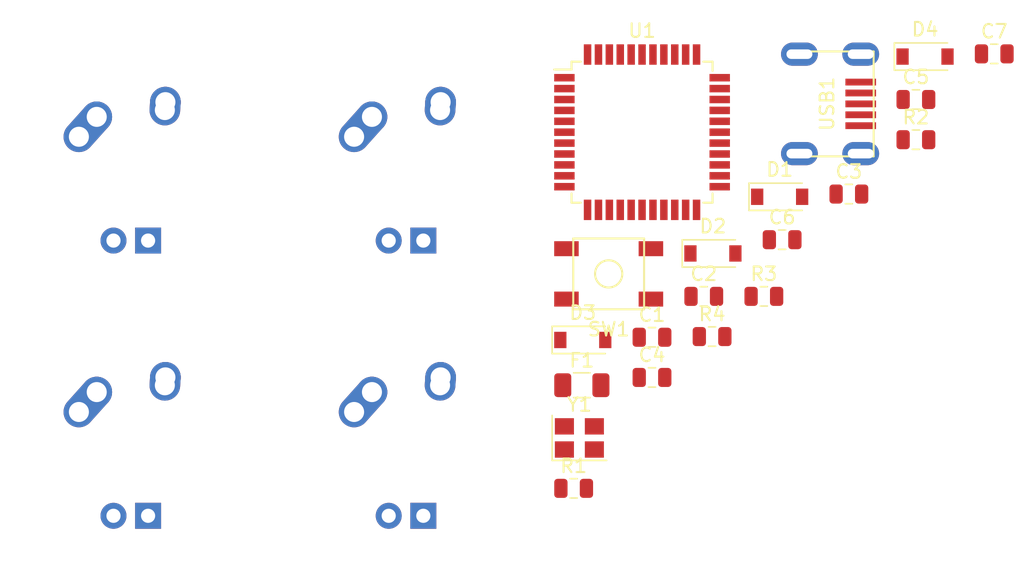
<source format=kicad_pcb>
(kicad_pcb (version 20171130) (host pcbnew "(5.1.2-1)-1")

  (general
    (thickness 1.6)
    (drawings 0)
    (tracks 0)
    (zones 0)
    (modules 24)
    (nets 57)
  )

  (page A4)
  (layers
    (0 F.Cu signal)
    (31 B.Cu signal)
    (32 B.Adhes user)
    (33 F.Adhes user)
    (34 B.Paste user)
    (35 F.Paste user)
    (36 B.SilkS user)
    (37 F.SilkS user)
    (38 B.Mask user)
    (39 F.Mask user)
    (40 Dwgs.User user)
    (41 Cmts.User user)
    (42 Eco1.User user)
    (43 Eco2.User user)
    (44 Edge.Cuts user)
    (45 Margin user)
    (46 B.CrtYd user)
    (47 F.CrtYd user)
    (48 B.Fab user)
    (49 F.Fab user)
  )

  (setup
    (last_trace_width 0.25)
    (trace_clearance 0.2)
    (zone_clearance 0.508)
    (zone_45_only no)
    (trace_min 0.2)
    (via_size 0.8)
    (via_drill 0.4)
    (via_min_size 0.4)
    (via_min_drill 0.3)
    (uvia_size 0.3)
    (uvia_drill 0.1)
    (uvias_allowed no)
    (uvia_min_size 0.2)
    (uvia_min_drill 0.1)
    (edge_width 0.05)
    (segment_width 0.2)
    (pcb_text_width 0.3)
    (pcb_text_size 1.5 1.5)
    (mod_edge_width 0.12)
    (mod_text_size 1 1)
    (mod_text_width 0.15)
    (pad_size 1.524 1.524)
    (pad_drill 0.762)
    (pad_to_mask_clearance 0.051)
    (solder_mask_min_width 0.25)
    (aux_axis_origin 0 0)
    (visible_elements FFFFFF7F)
    (pcbplotparams
      (layerselection 0x010fc_ffffffff)
      (usegerberextensions false)
      (usegerberattributes false)
      (usegerberadvancedattributes false)
      (creategerberjobfile false)
      (excludeedgelayer true)
      (linewidth 0.100000)
      (plotframeref false)
      (viasonmask false)
      (mode 1)
      (useauxorigin false)
      (hpglpennumber 1)
      (hpglpenspeed 20)
      (hpglpendiameter 15.000000)
      (psnegative false)
      (psa4output false)
      (plotreference true)
      (plotvalue true)
      (plotinvisibletext false)
      (padsonsilk false)
      (subtractmaskfromsilk false)
      (outputformat 1)
      (mirror false)
      (drillshape 1)
      (scaleselection 1)
      (outputdirectory ""))
  )

  (net 0 "")
  (net 1 GND)
  (net 2 "Net-(C1-Pad1)")
  (net 3 "Net-(C2-Pad1)")
  (net 4 "Net-(C3-Pad1)")
  (net 5 +5V)
  (net 6 "Net-(D1-Pad2)")
  (net 7 ROW0)
  (net 8 "Net-(D2-Pad2)")
  (net 9 "Net-(D3-Pad2)")
  (net 10 ROW1)
  (net 11 "Net-(D4-Pad2)")
  (net 12 VCC)
  (net 13 "Net-(MX1-Pad4)")
  (net 14 "Net-(MX1-Pad3)")
  (net 15 COL0)
  (net 16 "Net-(MX2-Pad4)")
  (net 17 "Net-(MX2-Pad3)")
  (net 18 COL1)
  (net 19 "Net-(MX3-Pad4)")
  (net 20 "Net-(MX3-Pad3)")
  (net 21 "Net-(MX4-Pad4)")
  (net 22 "Net-(MX4-Pad3)")
  (net 23 "Net-(R1-Pad2)")
  (net 24 D+)
  (net 25 "Net-(R2-Pad1)")
  (net 26 D-)
  (net 27 "Net-(R3-Pad1)")
  (net 28 "Net-(R4-Pad2)")
  (net 29 "Net-(U1-Pad42)")
  (net 30 "Net-(U1-Pad41)")
  (net 31 "Net-(U1-Pad40)")
  (net 32 "Net-(U1-Pad39)")
  (net 33 "Net-(U1-Pad38)")
  (net 34 "Net-(U1-Pad37)")
  (net 35 "Net-(U1-Pad36)")
  (net 36 "Net-(U1-Pad32)")
  (net 37 "Net-(U1-Pad31)")
  (net 38 "Net-(U1-Pad30)")
  (net 39 "Net-(U1-Pad29)")
  (net 40 "Net-(U1-Pad28)")
  (net 41 "Net-(U1-Pad27)")
  (net 42 "Net-(U1-Pad26)")
  (net 43 "Net-(U1-Pad25)")
  (net 44 "Net-(U1-Pad22)")
  (net 45 "Net-(U1-Pad21)")
  (net 46 "Net-(U1-Pad20)")
  (net 47 "Net-(U1-Pad19)")
  (net 48 "Net-(U1-Pad18)")
  (net 49 "Net-(U1-Pad12)")
  (net 50 "Net-(U1-Pad11)")
  (net 51 "Net-(U1-Pad10)")
  (net 52 "Net-(U1-Pad9)")
  (net 53 "Net-(U1-Pad8)")
  (net 54 "Net-(U1-Pad1)")
  (net 55 "Net-(USB1-Pad6)")
  (net 56 "Net-(USB1-Pad2)")

  (net_class Default "This is the default net class."
    (clearance 0.2)
    (trace_width 0.25)
    (via_dia 0.8)
    (via_drill 0.4)
    (uvia_dia 0.3)
    (uvia_drill 0.1)
    (add_net +5V)
    (add_net COL0)
    (add_net COL1)
    (add_net D+)
    (add_net D-)
    (add_net GND)
    (add_net "Net-(C1-Pad1)")
    (add_net "Net-(C2-Pad1)")
    (add_net "Net-(C3-Pad1)")
    (add_net "Net-(D1-Pad2)")
    (add_net "Net-(D2-Pad2)")
    (add_net "Net-(D3-Pad2)")
    (add_net "Net-(D4-Pad2)")
    (add_net "Net-(MX1-Pad3)")
    (add_net "Net-(MX1-Pad4)")
    (add_net "Net-(MX2-Pad3)")
    (add_net "Net-(MX2-Pad4)")
    (add_net "Net-(MX3-Pad3)")
    (add_net "Net-(MX3-Pad4)")
    (add_net "Net-(MX4-Pad3)")
    (add_net "Net-(MX4-Pad4)")
    (add_net "Net-(R1-Pad2)")
    (add_net "Net-(R2-Pad1)")
    (add_net "Net-(R3-Pad1)")
    (add_net "Net-(R4-Pad2)")
    (add_net "Net-(U1-Pad1)")
    (add_net "Net-(U1-Pad10)")
    (add_net "Net-(U1-Pad11)")
    (add_net "Net-(U1-Pad12)")
    (add_net "Net-(U1-Pad18)")
    (add_net "Net-(U1-Pad19)")
    (add_net "Net-(U1-Pad20)")
    (add_net "Net-(U1-Pad21)")
    (add_net "Net-(U1-Pad22)")
    (add_net "Net-(U1-Pad25)")
    (add_net "Net-(U1-Pad26)")
    (add_net "Net-(U1-Pad27)")
    (add_net "Net-(U1-Pad28)")
    (add_net "Net-(U1-Pad29)")
    (add_net "Net-(U1-Pad30)")
    (add_net "Net-(U1-Pad31)")
    (add_net "Net-(U1-Pad32)")
    (add_net "Net-(U1-Pad36)")
    (add_net "Net-(U1-Pad37)")
    (add_net "Net-(U1-Pad38)")
    (add_net "Net-(U1-Pad39)")
    (add_net "Net-(U1-Pad40)")
    (add_net "Net-(U1-Pad41)")
    (add_net "Net-(U1-Pad42)")
    (add_net "Net-(U1-Pad8)")
    (add_net "Net-(U1-Pad9)")
    (add_net "Net-(USB1-Pad2)")
    (add_net "Net-(USB1-Pad6)")
    (add_net ROW0)
    (add_net ROW1)
    (add_net VCC)
  )

  (module Crystal:Crystal_SMD_3225-4Pin_3.2x2.5mm (layer F.Cu) (tedit 5A0FD1B2) (tstamp 5CD8E17F)
    (at 155.80125 106.60875)
    (descr "SMD Crystal SERIES SMD3225/4 http://www.txccrystal.com/images/pdf/7m-accuracy.pdf, 3.2x2.5mm^2 package")
    (tags "SMD SMT crystal")
    (path /5CDA98E3)
    (attr smd)
    (fp_text reference Y1 (at 0 -2.45) (layer F.SilkS)
      (effects (font (size 1 1) (thickness 0.15)))
    )
    (fp_text value 16MHz (at 0 2.45) (layer F.Fab)
      (effects (font (size 1 1) (thickness 0.15)))
    )
    (fp_line (start 2.1 -1.7) (end -2.1 -1.7) (layer F.CrtYd) (width 0.05))
    (fp_line (start 2.1 1.7) (end 2.1 -1.7) (layer F.CrtYd) (width 0.05))
    (fp_line (start -2.1 1.7) (end 2.1 1.7) (layer F.CrtYd) (width 0.05))
    (fp_line (start -2.1 -1.7) (end -2.1 1.7) (layer F.CrtYd) (width 0.05))
    (fp_line (start -2 1.65) (end 2 1.65) (layer F.SilkS) (width 0.12))
    (fp_line (start -2 -1.65) (end -2 1.65) (layer F.SilkS) (width 0.12))
    (fp_line (start -1.6 0.25) (end -0.6 1.25) (layer F.Fab) (width 0.1))
    (fp_line (start 1.6 -1.25) (end -1.6 -1.25) (layer F.Fab) (width 0.1))
    (fp_line (start 1.6 1.25) (end 1.6 -1.25) (layer F.Fab) (width 0.1))
    (fp_line (start -1.6 1.25) (end 1.6 1.25) (layer F.Fab) (width 0.1))
    (fp_line (start -1.6 -1.25) (end -1.6 1.25) (layer F.Fab) (width 0.1))
    (fp_text user %R (at 0 0) (layer F.Fab)
      (effects (font (size 0.7 0.7) (thickness 0.105)))
    )
    (pad 4 smd rect (at -1.1 -0.85) (size 1.4 1.2) (layers F.Cu F.Paste F.Mask)
      (net 1 GND))
    (pad 3 smd rect (at 1.1 -0.85) (size 1.4 1.2) (layers F.Cu F.Paste F.Mask)
      (net 3 "Net-(C2-Pad1)"))
    (pad 2 smd rect (at 1.1 0.85) (size 1.4 1.2) (layers F.Cu F.Paste F.Mask)
      (net 1 GND))
    (pad 1 smd rect (at -1.1 0.85) (size 1.4 1.2) (layers F.Cu F.Paste F.Mask)
      (net 2 "Net-(C1-Pad1)"))
    (model ${KISYS3DMOD}/Crystal.3dshapes/Crystal_SMD_3225-4Pin_3.2x2.5mm.wrl
      (at (xyz 0 0 0))
      (scale (xyz 1 1 1))
      (rotate (xyz 0 0 0))
    )
  )

  (module random-keyboard-parts:Molex-0548190589 (layer F.Cu) (tedit 5C494815) (tstamp 5CD8E16B)
    (at 171.95125 82.09075)
    (path /5CDC60F6)
    (attr smd)
    (fp_text reference USB1 (at 2.032 0 90) (layer F.SilkS)
      (effects (font (size 1 1) (thickness 0.15)))
    )
    (fp_text value Molex-0548190589 (at -5.08 0 90) (layer Dwgs.User)
      (effects (font (size 1 1) (thickness 0.15)))
    )
    (fp_text user %R (at 2 0 90) (layer F.CrtYd)
      (effects (font (size 1 1) (thickness 0.15)))
    )
    (fp_line (start 3.25 -1.25) (end 5.5 -1.25) (layer F.CrtYd) (width 0.15))
    (fp_line (start 5.5 -0.5) (end 3.25 -0.5) (layer F.CrtYd) (width 0.15))
    (fp_line (start 3.25 0.5) (end 5.5 0.5) (layer F.CrtYd) (width 0.15))
    (fp_line (start 5.5 1.25) (end 3.25 1.25) (layer F.CrtYd) (width 0.15))
    (fp_line (start 3.25 2) (end 5.5 2) (layer F.CrtYd) (width 0.15))
    (fp_line (start 3.25 -2) (end 3.25 2) (layer F.CrtYd) (width 0.15))
    (fp_line (start 5.5 -2) (end 3.25 -2) (layer F.CrtYd) (width 0.15))
    (fp_line (start -3.75 3.75) (end -3.75 -3.75) (layer F.CrtYd) (width 0.15))
    (fp_line (start 5.5 3.75) (end -3.75 3.75) (layer F.CrtYd) (width 0.15))
    (fp_line (start 5.5 -3.75) (end 5.5 3.75) (layer F.CrtYd) (width 0.15))
    (fp_line (start -3.75 -3.75) (end 5.5 -3.75) (layer F.CrtYd) (width 0.15))
    (fp_line (start 0 -3.85) (end 5.45 -3.85) (layer F.SilkS) (width 0.15))
    (fp_line (start 0 3.85) (end 5.45 3.85) (layer F.SilkS) (width 0.15))
    (fp_line (start 5.45 -3.85) (end 5.45 3.85) (layer F.SilkS) (width 0.15))
    (fp_line (start -3.75 -3.85) (end 0 -3.85) (layer Dwgs.User) (width 0.15))
    (fp_line (start -3.75 3.85) (end 0 3.85) (layer Dwgs.User) (width 0.15))
    (fp_line (start -1.75 -4.572) (end -1.75 4.572) (layer Dwgs.User) (width 0.15))
    (fp_line (start -3.75 -3.85) (end -3.75 3.85) (layer Dwgs.User) (width 0.15))
    (pad 6 thru_hole oval (at 0 -3.65) (size 2.7 1.7) (drill oval 1.9 0.7) (layers *.Cu *.Mask)
      (net 55 "Net-(USB1-Pad6)"))
    (pad 6 thru_hole oval (at 0 3.65) (size 2.7 1.7) (drill oval 1.9 0.7) (layers *.Cu *.Mask)
      (net 55 "Net-(USB1-Pad6)"))
    (pad 6 thru_hole oval (at 4.5 3.65) (size 2.7 1.7) (drill oval 1.9 0.7) (layers *.Cu *.Mask)
      (net 55 "Net-(USB1-Pad6)"))
    (pad 6 thru_hole oval (at 4.5 -3.65) (size 2.7 1.7) (drill oval 1.9 0.7) (layers *.Cu *.Mask)
      (net 55 "Net-(USB1-Pad6)"))
    (pad 5 smd rect (at 4.5 -1.6) (size 2.25 0.5) (layers F.Cu F.Paste F.Mask)
      (net 12 VCC))
    (pad 4 smd rect (at 4.5 -0.8) (size 2.25 0.5) (layers F.Cu F.Paste F.Mask)
      (net 26 D-))
    (pad 3 smd rect (at 4.5 0) (size 2.25 0.5) (layers F.Cu F.Paste F.Mask)
      (net 24 D+))
    (pad 2 smd rect (at 4.5 0.8) (size 2.25 0.5) (layers F.Cu F.Paste F.Mask)
      (net 56 "Net-(USB1-Pad2)"))
    (pad 1 smd rect (at 4.5 1.6) (size 2.25 0.5) (layers F.Cu F.Paste F.Mask)
      (net 1 GND))
  )

  (module Package_QFP:TQFP-44_10x10mm_P0.8mm (layer F.Cu) (tedit 5A02F146) (tstamp 5CD8E14B)
    (at 160.40125 84.16875)
    (descr "44-Lead Plastic Thin Quad Flatpack (PT) - 10x10x1.0 mm Body [TQFP] (see Microchip Packaging Specification 00000049BS.pdf)")
    (tags "QFP 0.8")
    (path /5CD873C1)
    (attr smd)
    (fp_text reference U1 (at 0 -7.45) (layer F.SilkS)
      (effects (font (size 1 1) (thickness 0.15)))
    )
    (fp_text value ATmega32U4-AU (at 0 7.45) (layer F.Fab)
      (effects (font (size 1 1) (thickness 0.15)))
    )
    (fp_line (start -5.175 -4.6) (end -6.45 -4.6) (layer F.SilkS) (width 0.15))
    (fp_line (start 5.175 -5.175) (end 4.5 -5.175) (layer F.SilkS) (width 0.15))
    (fp_line (start 5.175 5.175) (end 4.5 5.175) (layer F.SilkS) (width 0.15))
    (fp_line (start -5.175 5.175) (end -4.5 5.175) (layer F.SilkS) (width 0.15))
    (fp_line (start -5.175 -5.175) (end -4.5 -5.175) (layer F.SilkS) (width 0.15))
    (fp_line (start -5.175 5.175) (end -5.175 4.5) (layer F.SilkS) (width 0.15))
    (fp_line (start 5.175 5.175) (end 5.175 4.5) (layer F.SilkS) (width 0.15))
    (fp_line (start 5.175 -5.175) (end 5.175 -4.5) (layer F.SilkS) (width 0.15))
    (fp_line (start -5.175 -5.175) (end -5.175 -4.6) (layer F.SilkS) (width 0.15))
    (fp_line (start -6.7 6.7) (end 6.7 6.7) (layer F.CrtYd) (width 0.05))
    (fp_line (start -6.7 -6.7) (end 6.7 -6.7) (layer F.CrtYd) (width 0.05))
    (fp_line (start 6.7 -6.7) (end 6.7 6.7) (layer F.CrtYd) (width 0.05))
    (fp_line (start -6.7 -6.7) (end -6.7 6.7) (layer F.CrtYd) (width 0.05))
    (fp_line (start -5 -4) (end -4 -5) (layer F.Fab) (width 0.15))
    (fp_line (start -5 5) (end -5 -4) (layer F.Fab) (width 0.15))
    (fp_line (start 5 5) (end -5 5) (layer F.Fab) (width 0.15))
    (fp_line (start 5 -5) (end 5 5) (layer F.Fab) (width 0.15))
    (fp_line (start -4 -5) (end 5 -5) (layer F.Fab) (width 0.15))
    (fp_text user %R (at 0 0) (layer F.Fab)
      (effects (font (size 1 1) (thickness 0.15)))
    )
    (pad 44 smd rect (at -4 -5.7 90) (size 1.5 0.55) (layers F.Cu F.Paste F.Mask)
      (net 5 +5V))
    (pad 43 smd rect (at -3.2 -5.7 90) (size 1.5 0.55) (layers F.Cu F.Paste F.Mask)
      (net 1 GND))
    (pad 42 smd rect (at -2.4 -5.7 90) (size 1.5 0.55) (layers F.Cu F.Paste F.Mask)
      (net 29 "Net-(U1-Pad42)"))
    (pad 41 smd rect (at -1.6 -5.7 90) (size 1.5 0.55) (layers F.Cu F.Paste F.Mask)
      (net 30 "Net-(U1-Pad41)"))
    (pad 40 smd rect (at -0.8 -5.7 90) (size 1.5 0.55) (layers F.Cu F.Paste F.Mask)
      (net 31 "Net-(U1-Pad40)"))
    (pad 39 smd rect (at 0 -5.7 90) (size 1.5 0.55) (layers F.Cu F.Paste F.Mask)
      (net 32 "Net-(U1-Pad39)"))
    (pad 38 smd rect (at 0.8 -5.7 90) (size 1.5 0.55) (layers F.Cu F.Paste F.Mask)
      (net 33 "Net-(U1-Pad38)"))
    (pad 37 smd rect (at 1.6 -5.7 90) (size 1.5 0.55) (layers F.Cu F.Paste F.Mask)
      (net 34 "Net-(U1-Pad37)"))
    (pad 36 smd rect (at 2.4 -5.7 90) (size 1.5 0.55) (layers F.Cu F.Paste F.Mask)
      (net 35 "Net-(U1-Pad36)"))
    (pad 35 smd rect (at 3.2 -5.7 90) (size 1.5 0.55) (layers F.Cu F.Paste F.Mask)
      (net 1 GND))
    (pad 34 smd rect (at 4 -5.7 90) (size 1.5 0.55) (layers F.Cu F.Paste F.Mask)
      (net 5 +5V))
    (pad 33 smd rect (at 5.7 -4) (size 1.5 0.55) (layers F.Cu F.Paste F.Mask)
      (net 28 "Net-(R4-Pad2)"))
    (pad 32 smd rect (at 5.7 -3.2) (size 1.5 0.55) (layers F.Cu F.Paste F.Mask)
      (net 36 "Net-(U1-Pad32)"))
    (pad 31 smd rect (at 5.7 -2.4) (size 1.5 0.55) (layers F.Cu F.Paste F.Mask)
      (net 37 "Net-(U1-Pad31)"))
    (pad 30 smd rect (at 5.7 -1.6) (size 1.5 0.55) (layers F.Cu F.Paste F.Mask)
      (net 38 "Net-(U1-Pad30)"))
    (pad 29 smd rect (at 5.7 -0.8) (size 1.5 0.55) (layers F.Cu F.Paste F.Mask)
      (net 39 "Net-(U1-Pad29)"))
    (pad 28 smd rect (at 5.7 0) (size 1.5 0.55) (layers F.Cu F.Paste F.Mask)
      (net 40 "Net-(U1-Pad28)"))
    (pad 27 smd rect (at 5.7 0.8) (size 1.5 0.55) (layers F.Cu F.Paste F.Mask)
      (net 41 "Net-(U1-Pad27)"))
    (pad 26 smd rect (at 5.7 1.6) (size 1.5 0.55) (layers F.Cu F.Paste F.Mask)
      (net 42 "Net-(U1-Pad26)"))
    (pad 25 smd rect (at 5.7 2.4) (size 1.5 0.55) (layers F.Cu F.Paste F.Mask)
      (net 43 "Net-(U1-Pad25)"))
    (pad 24 smd rect (at 5.7 3.2) (size 1.5 0.55) (layers F.Cu F.Paste F.Mask)
      (net 5 +5V))
    (pad 23 smd rect (at 5.7 4) (size 1.5 0.55) (layers F.Cu F.Paste F.Mask)
      (net 1 GND))
    (pad 22 smd rect (at 4 5.7 90) (size 1.5 0.55) (layers F.Cu F.Paste F.Mask)
      (net 44 "Net-(U1-Pad22)"))
    (pad 21 smd rect (at 3.2 5.7 90) (size 1.5 0.55) (layers F.Cu F.Paste F.Mask)
      (net 45 "Net-(U1-Pad21)"))
    (pad 20 smd rect (at 2.4 5.7 90) (size 1.5 0.55) (layers F.Cu F.Paste F.Mask)
      (net 46 "Net-(U1-Pad20)"))
    (pad 19 smd rect (at 1.6 5.7 90) (size 1.5 0.55) (layers F.Cu F.Paste F.Mask)
      (net 47 "Net-(U1-Pad19)"))
    (pad 18 smd rect (at 0.8 5.7 90) (size 1.5 0.55) (layers F.Cu F.Paste F.Mask)
      (net 48 "Net-(U1-Pad18)"))
    (pad 17 smd rect (at 0 5.7 90) (size 1.5 0.55) (layers F.Cu F.Paste F.Mask)
      (net 2 "Net-(C1-Pad1)"))
    (pad 16 smd rect (at -0.8 5.7 90) (size 1.5 0.55) (layers F.Cu F.Paste F.Mask)
      (net 3 "Net-(C2-Pad1)"))
    (pad 15 smd rect (at -1.6 5.7 90) (size 1.5 0.55) (layers F.Cu F.Paste F.Mask)
      (net 1 GND))
    (pad 14 smd rect (at -2.4 5.7 90) (size 1.5 0.55) (layers F.Cu F.Paste F.Mask)
      (net 5 +5V))
    (pad 13 smd rect (at -3.2 5.7 90) (size 1.5 0.55) (layers F.Cu F.Paste F.Mask)
      (net 23 "Net-(R1-Pad2)"))
    (pad 12 smd rect (at -4 5.7 90) (size 1.5 0.55) (layers F.Cu F.Paste F.Mask)
      (net 49 "Net-(U1-Pad12)"))
    (pad 11 smd rect (at -5.7 4) (size 1.5 0.55) (layers F.Cu F.Paste F.Mask)
      (net 50 "Net-(U1-Pad11)"))
    (pad 10 smd rect (at -5.7 3.2) (size 1.5 0.55) (layers F.Cu F.Paste F.Mask)
      (net 51 "Net-(U1-Pad10)"))
    (pad 9 smd rect (at -5.7 2.4) (size 1.5 0.55) (layers F.Cu F.Paste F.Mask)
      (net 52 "Net-(U1-Pad9)"))
    (pad 8 smd rect (at -5.7 1.6) (size 1.5 0.55) (layers F.Cu F.Paste F.Mask)
      (net 53 "Net-(U1-Pad8)"))
    (pad 7 smd rect (at -5.7 0.8) (size 1.5 0.55) (layers F.Cu F.Paste F.Mask)
      (net 5 +5V))
    (pad 6 smd rect (at -5.7 0) (size 1.5 0.55) (layers F.Cu F.Paste F.Mask)
      (net 4 "Net-(C3-Pad1)"))
    (pad 5 smd rect (at -5.7 -0.8) (size 1.5 0.55) (layers F.Cu F.Paste F.Mask)
      (net 1 GND))
    (pad 4 smd rect (at -5.7 -1.6) (size 1.5 0.55) (layers F.Cu F.Paste F.Mask)
      (net 25 "Net-(R2-Pad1)"))
    (pad 3 smd rect (at -5.7 -2.4) (size 1.5 0.55) (layers F.Cu F.Paste F.Mask)
      (net 27 "Net-(R3-Pad1)"))
    (pad 2 smd rect (at -5.7 -3.2) (size 1.5 0.55) (layers F.Cu F.Paste F.Mask)
      (net 5 +5V))
    (pad 1 smd rect (at -5.7 -4) (size 1.5 0.55) (layers F.Cu F.Paste F.Mask)
      (net 54 "Net-(U1-Pad1)"))
    (model ${KISYS3DMOD}/Package_QFP.3dshapes/TQFP-44_10x10mm_P0.8mm.wrl
      (at (xyz 0 0 0))
      (scale (xyz 1 1 1))
      (rotate (xyz 0 0 0))
    )
  )

  (module random-keyboard-parts:SKQG-1155865 (layer F.Cu) (tedit 5C42C5DE) (tstamp 5CD8E108)
    (at 157.95125 94.56875)
    (path /5CDB9D67)
    (attr smd)
    (fp_text reference SW1 (at 0 4.064) (layer F.SilkS)
      (effects (font (size 1 1) (thickness 0.15)))
    )
    (fp_text value SW_Push (at 0 -4.064) (layer F.Fab)
      (effects (font (size 1 1) (thickness 0.15)))
    )
    (fp_line (start -2.6 -2.6) (end 2.6 -2.6) (layer F.SilkS) (width 0.15))
    (fp_line (start 2.6 -2.6) (end 2.6 2.6) (layer F.SilkS) (width 0.15))
    (fp_line (start 2.6 2.6) (end -2.6 2.6) (layer F.SilkS) (width 0.15))
    (fp_line (start -2.6 2.6) (end -2.6 -2.6) (layer F.SilkS) (width 0.15))
    (fp_circle (center 0 0) (end 1 0) (layer F.SilkS) (width 0.15))
    (fp_line (start -4.2 -2.6) (end 4.2 -2.6) (layer F.Fab) (width 0.15))
    (fp_line (start 4.2 -2.6) (end 4.2 -1.2) (layer F.Fab) (width 0.15))
    (fp_line (start 4.2 -1.1) (end 2.6 -1.1) (layer F.Fab) (width 0.15))
    (fp_line (start 2.6 -1.1) (end 2.6 1.1) (layer F.Fab) (width 0.15))
    (fp_line (start 2.6 1.1) (end 4.2 1.1) (layer F.Fab) (width 0.15))
    (fp_line (start 4.2 1.1) (end 4.2 2.6) (layer F.Fab) (width 0.15))
    (fp_line (start 4.2 2.6) (end -4.2 2.6) (layer F.Fab) (width 0.15))
    (fp_line (start -4.2 2.6) (end -4.2 1.1) (layer F.Fab) (width 0.15))
    (fp_line (start -4.2 1.1) (end -2.6 1.1) (layer F.Fab) (width 0.15))
    (fp_line (start -2.6 1.1) (end -2.6 -1.1) (layer F.Fab) (width 0.15))
    (fp_line (start -2.6 -1.1) (end -4.2 -1.1) (layer F.Fab) (width 0.15))
    (fp_line (start -4.2 -1.1) (end -4.2 -2.6) (layer F.Fab) (width 0.15))
    (fp_circle (center 0 0) (end 1 0) (layer F.Fab) (width 0.15))
    (fp_line (start -2.6 -1.1) (end -1.1 -2.6) (layer F.Fab) (width 0.15))
    (fp_line (start 2.6 -1.1) (end 1.1 -2.6) (layer F.Fab) (width 0.15))
    (fp_line (start 2.6 1.1) (end 1.1 2.6) (layer F.Fab) (width 0.15))
    (fp_line (start -2.6 1.1) (end -1.1 2.6) (layer F.Fab) (width 0.15))
    (pad 4 smd rect (at -3.1 1.85) (size 1.8 1.1) (layers F.Cu F.Paste F.Mask))
    (pad 3 smd rect (at 3.1 -1.85) (size 1.8 1.1) (layers F.Cu F.Paste F.Mask))
    (pad 2 smd rect (at -3.1 -1.85) (size 1.8 1.1) (layers F.Cu F.Paste F.Mask)
      (net 23 "Net-(R1-Pad2)"))
    (pad 1 smd rect (at 3.1 1.85) (size 1.8 1.1) (layers F.Cu F.Paste F.Mask)
      (net 1 GND))
  )

  (module Resistor_SMD:R_0805_2012Metric (layer F.Cu) (tedit 5B36C52B) (tstamp 5CD8E0EA)
    (at 165.54125 99.16875)
    (descr "Resistor SMD 0805 (2012 Metric), square (rectangular) end terminal, IPC_7351 nominal, (Body size source: https://docs.google.com/spreadsheets/d/1BsfQQcO9C6DZCsRaXUlFlo91Tg2WpOkGARC1WS5S8t0/edit?usp=sharing), generated with kicad-footprint-generator")
    (tags resistor)
    (path /5CD8DB22)
    (attr smd)
    (fp_text reference R4 (at 0 -1.65) (layer F.SilkS)
      (effects (font (size 1 1) (thickness 0.15)))
    )
    (fp_text value 10k (at 0 1.65) (layer F.Fab)
      (effects (font (size 1 1) (thickness 0.15)))
    )
    (fp_text user %R (at 0 0) (layer F.Fab)
      (effects (font (size 0.5 0.5) (thickness 0.08)))
    )
    (fp_line (start 1.68 0.95) (end -1.68 0.95) (layer F.CrtYd) (width 0.05))
    (fp_line (start 1.68 -0.95) (end 1.68 0.95) (layer F.CrtYd) (width 0.05))
    (fp_line (start -1.68 -0.95) (end 1.68 -0.95) (layer F.CrtYd) (width 0.05))
    (fp_line (start -1.68 0.95) (end -1.68 -0.95) (layer F.CrtYd) (width 0.05))
    (fp_line (start -0.258578 0.71) (end 0.258578 0.71) (layer F.SilkS) (width 0.12))
    (fp_line (start -0.258578 -0.71) (end 0.258578 -0.71) (layer F.SilkS) (width 0.12))
    (fp_line (start 1 0.6) (end -1 0.6) (layer F.Fab) (width 0.1))
    (fp_line (start 1 -0.6) (end 1 0.6) (layer F.Fab) (width 0.1))
    (fp_line (start -1 -0.6) (end 1 -0.6) (layer F.Fab) (width 0.1))
    (fp_line (start -1 0.6) (end -1 -0.6) (layer F.Fab) (width 0.1))
    (pad 2 smd roundrect (at 0.9375 0) (size 0.975 1.4) (layers F.Cu F.Paste F.Mask) (roundrect_rratio 0.25)
      (net 28 "Net-(R4-Pad2)"))
    (pad 1 smd roundrect (at -0.9375 0) (size 0.975 1.4) (layers F.Cu F.Paste F.Mask) (roundrect_rratio 0.25)
      (net 1 GND))
    (model ${KISYS3DMOD}/Resistor_SMD.3dshapes/R_0805_2012Metric.wrl
      (at (xyz 0 0 0))
      (scale (xyz 1 1 1))
      (rotate (xyz 0 0 0))
    )
  )

  (module Resistor_SMD:R_0805_2012Metric (layer F.Cu) (tedit 5B36C52B) (tstamp 5CD8E0D9)
    (at 169.34125 96.21875)
    (descr "Resistor SMD 0805 (2012 Metric), square (rectangular) end terminal, IPC_7351 nominal, (Body size source: https://docs.google.com/spreadsheets/d/1BsfQQcO9C6DZCsRaXUlFlo91Tg2WpOkGARC1WS5S8t0/edit?usp=sharing), generated with kicad-footprint-generator")
    (tags resistor)
    (path /5CD93374)
    (attr smd)
    (fp_text reference R3 (at 0 -1.65) (layer F.SilkS)
      (effects (font (size 1 1) (thickness 0.15)))
    )
    (fp_text value 22 (at 0 1.65) (layer F.Fab)
      (effects (font (size 1 1) (thickness 0.15)))
    )
    (fp_text user %R (at 0 0) (layer F.Fab)
      (effects (font (size 0.5 0.5) (thickness 0.08)))
    )
    (fp_line (start 1.68 0.95) (end -1.68 0.95) (layer F.CrtYd) (width 0.05))
    (fp_line (start 1.68 -0.95) (end 1.68 0.95) (layer F.CrtYd) (width 0.05))
    (fp_line (start -1.68 -0.95) (end 1.68 -0.95) (layer F.CrtYd) (width 0.05))
    (fp_line (start -1.68 0.95) (end -1.68 -0.95) (layer F.CrtYd) (width 0.05))
    (fp_line (start -0.258578 0.71) (end 0.258578 0.71) (layer F.SilkS) (width 0.12))
    (fp_line (start -0.258578 -0.71) (end 0.258578 -0.71) (layer F.SilkS) (width 0.12))
    (fp_line (start 1 0.6) (end -1 0.6) (layer F.Fab) (width 0.1))
    (fp_line (start 1 -0.6) (end 1 0.6) (layer F.Fab) (width 0.1))
    (fp_line (start -1 -0.6) (end 1 -0.6) (layer F.Fab) (width 0.1))
    (fp_line (start -1 0.6) (end -1 -0.6) (layer F.Fab) (width 0.1))
    (pad 2 smd roundrect (at 0.9375 0) (size 0.975 1.4) (layers F.Cu F.Paste F.Mask) (roundrect_rratio 0.25)
      (net 26 D-))
    (pad 1 smd roundrect (at -0.9375 0) (size 0.975 1.4) (layers F.Cu F.Paste F.Mask) (roundrect_rratio 0.25)
      (net 27 "Net-(R3-Pad1)"))
    (model ${KISYS3DMOD}/Resistor_SMD.3dshapes/R_0805_2012Metric.wrl
      (at (xyz 0 0 0))
      (scale (xyz 1 1 1))
      (rotate (xyz 0 0 0))
    )
  )

  (module Resistor_SMD:R_0805_2012Metric (layer F.Cu) (tedit 5B36C52B) (tstamp 5CD8E0C8)
    (at 180.50125 84.71875)
    (descr "Resistor SMD 0805 (2012 Metric), square (rectangular) end terminal, IPC_7351 nominal, (Body size source: https://docs.google.com/spreadsheets/d/1BsfQQcO9C6DZCsRaXUlFlo91Tg2WpOkGARC1WS5S8t0/edit?usp=sharing), generated with kicad-footprint-generator")
    (tags resistor)
    (path /5CD91D25)
    (attr smd)
    (fp_text reference R2 (at 0 -1.65) (layer F.SilkS)
      (effects (font (size 1 1) (thickness 0.15)))
    )
    (fp_text value 22 (at 0 1.65) (layer F.Fab)
      (effects (font (size 1 1) (thickness 0.15)))
    )
    (fp_text user %R (at 0 0) (layer F.Fab)
      (effects (font (size 0.5 0.5) (thickness 0.08)))
    )
    (fp_line (start 1.68 0.95) (end -1.68 0.95) (layer F.CrtYd) (width 0.05))
    (fp_line (start 1.68 -0.95) (end 1.68 0.95) (layer F.CrtYd) (width 0.05))
    (fp_line (start -1.68 -0.95) (end 1.68 -0.95) (layer F.CrtYd) (width 0.05))
    (fp_line (start -1.68 0.95) (end -1.68 -0.95) (layer F.CrtYd) (width 0.05))
    (fp_line (start -0.258578 0.71) (end 0.258578 0.71) (layer F.SilkS) (width 0.12))
    (fp_line (start -0.258578 -0.71) (end 0.258578 -0.71) (layer F.SilkS) (width 0.12))
    (fp_line (start 1 0.6) (end -1 0.6) (layer F.Fab) (width 0.1))
    (fp_line (start 1 -0.6) (end 1 0.6) (layer F.Fab) (width 0.1))
    (fp_line (start -1 -0.6) (end 1 -0.6) (layer F.Fab) (width 0.1))
    (fp_line (start -1 0.6) (end -1 -0.6) (layer F.Fab) (width 0.1))
    (pad 2 smd roundrect (at 0.9375 0) (size 0.975 1.4) (layers F.Cu F.Paste F.Mask) (roundrect_rratio 0.25)
      (net 24 D+))
    (pad 1 smd roundrect (at -0.9375 0) (size 0.975 1.4) (layers F.Cu F.Paste F.Mask) (roundrect_rratio 0.25)
      (net 25 "Net-(R2-Pad1)"))
    (model ${KISYS3DMOD}/Resistor_SMD.3dshapes/R_0805_2012Metric.wrl
      (at (xyz 0 0 0))
      (scale (xyz 1 1 1))
      (rotate (xyz 0 0 0))
    )
  )

  (module Resistor_SMD:R_0805_2012Metric (layer F.Cu) (tedit 5B36C52B) (tstamp 5CD8E0B7)
    (at 155.38125 110.30875)
    (descr "Resistor SMD 0805 (2012 Metric), square (rectangular) end terminal, IPC_7351 nominal, (Body size source: https://docs.google.com/spreadsheets/d/1BsfQQcO9C6DZCsRaXUlFlo91Tg2WpOkGARC1WS5S8t0/edit?usp=sharing), generated with kicad-footprint-generator")
    (tags resistor)
    (path /5CDBD8E5)
    (attr smd)
    (fp_text reference R1 (at 0 -1.65) (layer F.SilkS)
      (effects (font (size 1 1) (thickness 0.15)))
    )
    (fp_text value 10k (at 0 1.65) (layer F.Fab)
      (effects (font (size 1 1) (thickness 0.15)))
    )
    (fp_text user %R (at 0 0) (layer F.Fab)
      (effects (font (size 0.5 0.5) (thickness 0.08)))
    )
    (fp_line (start 1.68 0.95) (end -1.68 0.95) (layer F.CrtYd) (width 0.05))
    (fp_line (start 1.68 -0.95) (end 1.68 0.95) (layer F.CrtYd) (width 0.05))
    (fp_line (start -1.68 -0.95) (end 1.68 -0.95) (layer F.CrtYd) (width 0.05))
    (fp_line (start -1.68 0.95) (end -1.68 -0.95) (layer F.CrtYd) (width 0.05))
    (fp_line (start -0.258578 0.71) (end 0.258578 0.71) (layer F.SilkS) (width 0.12))
    (fp_line (start -0.258578 -0.71) (end 0.258578 -0.71) (layer F.SilkS) (width 0.12))
    (fp_line (start 1 0.6) (end -1 0.6) (layer F.Fab) (width 0.1))
    (fp_line (start 1 -0.6) (end 1 0.6) (layer F.Fab) (width 0.1))
    (fp_line (start -1 -0.6) (end 1 -0.6) (layer F.Fab) (width 0.1))
    (fp_line (start -1 0.6) (end -1 -0.6) (layer F.Fab) (width 0.1))
    (pad 2 smd roundrect (at 0.9375 0) (size 0.975 1.4) (layers F.Cu F.Paste F.Mask) (roundrect_rratio 0.25)
      (net 23 "Net-(R1-Pad2)"))
    (pad 1 smd roundrect (at -0.9375 0) (size 0.975 1.4) (layers F.Cu F.Paste F.Mask) (roundrect_rratio 0.25)
      (net 5 +5V))
    (model ${KISYS3DMOD}/Resistor_SMD.3dshapes/R_0805_2012Metric.wrl
      (at (xyz 0 0 0))
      (scale (xyz 1 1 1))
      (rotate (xyz 0 0 0))
    )
  )

  (module MX_Alps_Hybrid:MX-1U (layer F.Cu) (tedit 5A9F3A9A) (tstamp 5CD8E0A6)
    (at 143.07625 107.24375)
    (path /5CE24930)
    (fp_text reference MX4 (at 0 3.175) (layer Dwgs.User)
      (effects (font (size 1 1) (thickness 0.15)))
    )
    (fp_text value MX-1U (at 0 -7.9375) (layer Dwgs.User)
      (effects (font (size 1 1) (thickness 0.15)))
    )
    (fp_line (start -9.525 9.525) (end -9.525 -9.525) (layer Dwgs.User) (width 0.15))
    (fp_line (start 9.525 9.525) (end -9.525 9.525) (layer Dwgs.User) (width 0.15))
    (fp_line (start 9.525 -9.525) (end 9.525 9.525) (layer Dwgs.User) (width 0.15))
    (fp_line (start -9.525 -9.525) (end 9.525 -9.525) (layer Dwgs.User) (width 0.15))
    (fp_line (start -7 -7) (end -7 -5) (layer Dwgs.User) (width 0.15))
    (fp_line (start -5 -7) (end -7 -7) (layer Dwgs.User) (width 0.15))
    (fp_line (start -7 7) (end -5 7) (layer Dwgs.User) (width 0.15))
    (fp_line (start -7 5) (end -7 7) (layer Dwgs.User) (width 0.15))
    (fp_line (start 7 7) (end 7 5) (layer Dwgs.User) (width 0.15))
    (fp_line (start 5 7) (end 7 7) (layer Dwgs.User) (width 0.15))
    (fp_line (start 7 -7) (end 7 -5) (layer Dwgs.User) (width 0.15))
    (fp_line (start 5 -7) (end 7 -7) (layer Dwgs.User) (width 0.15))
    (pad "" np_thru_hole circle (at 5.08 0 48.0996) (size 1.75 1.75) (drill 1.75) (layers *.Cu *.Mask))
    (pad "" np_thru_hole circle (at -5.08 0 48.0996) (size 1.75 1.75) (drill 1.75) (layers *.Cu *.Mask))
    (pad 4 thru_hole rect (at 1.27 5.08) (size 1.905 1.905) (drill 1.04) (layers *.Cu B.Mask)
      (net 21 "Net-(MX4-Pad4)"))
    (pad 3 thru_hole circle (at -1.27 5.08) (size 1.905 1.905) (drill 1.04) (layers *.Cu B.Mask)
      (net 22 "Net-(MX4-Pad3)"))
    (pad 1 thru_hole circle (at -2.5 -4) (size 2.25 2.25) (drill 1.47) (layers *.Cu B.Mask)
      (net 18 COL1))
    (pad "" np_thru_hole circle (at 0 0) (size 3.9878 3.9878) (drill 3.9878) (layers *.Cu *.Mask))
    (pad 1 thru_hole oval (at -3.81 -2.54 48.0996) (size 4.211556 2.25) (drill 1.47 (offset 0.980778 0)) (layers *.Cu B.Mask)
      (net 18 COL1))
    (pad 2 thru_hole circle (at 2.54 -5.08) (size 2.25 2.25) (drill 1.47) (layers *.Cu B.Mask)
      (net 11 "Net-(D4-Pad2)"))
    (pad 2 thru_hole oval (at 2.5 -4.5 86.0548) (size 2.831378 2.25) (drill 1.47 (offset 0.290689 0)) (layers *.Cu B.Mask)
      (net 11 "Net-(D4-Pad2)"))
  )

  (module MX_Alps_Hybrid:MX-1U (layer F.Cu) (tedit 5A9F3A9A) (tstamp 5CD8E08D)
    (at 143.07625 87.04375)
    (path /5CE2AD42)
    (fp_text reference MX3 (at 0 3.175) (layer Dwgs.User)
      (effects (font (size 1 1) (thickness 0.15)))
    )
    (fp_text value MX-1U (at 0 -7.9375) (layer Dwgs.User)
      (effects (font (size 1 1) (thickness 0.15)))
    )
    (fp_line (start -9.525 9.525) (end -9.525 -9.525) (layer Dwgs.User) (width 0.15))
    (fp_line (start 9.525 9.525) (end -9.525 9.525) (layer Dwgs.User) (width 0.15))
    (fp_line (start 9.525 -9.525) (end 9.525 9.525) (layer Dwgs.User) (width 0.15))
    (fp_line (start -9.525 -9.525) (end 9.525 -9.525) (layer Dwgs.User) (width 0.15))
    (fp_line (start -7 -7) (end -7 -5) (layer Dwgs.User) (width 0.15))
    (fp_line (start -5 -7) (end -7 -7) (layer Dwgs.User) (width 0.15))
    (fp_line (start -7 7) (end -5 7) (layer Dwgs.User) (width 0.15))
    (fp_line (start -7 5) (end -7 7) (layer Dwgs.User) (width 0.15))
    (fp_line (start 7 7) (end 7 5) (layer Dwgs.User) (width 0.15))
    (fp_line (start 5 7) (end 7 7) (layer Dwgs.User) (width 0.15))
    (fp_line (start 7 -7) (end 7 -5) (layer Dwgs.User) (width 0.15))
    (fp_line (start 5 -7) (end 7 -7) (layer Dwgs.User) (width 0.15))
    (pad "" np_thru_hole circle (at 5.08 0 48.0996) (size 1.75 1.75) (drill 1.75) (layers *.Cu *.Mask))
    (pad "" np_thru_hole circle (at -5.08 0 48.0996) (size 1.75 1.75) (drill 1.75) (layers *.Cu *.Mask))
    (pad 4 thru_hole rect (at 1.27 5.08) (size 1.905 1.905) (drill 1.04) (layers *.Cu B.Mask)
      (net 19 "Net-(MX3-Pad4)"))
    (pad 3 thru_hole circle (at -1.27 5.08) (size 1.905 1.905) (drill 1.04) (layers *.Cu B.Mask)
      (net 20 "Net-(MX3-Pad3)"))
    (pad 1 thru_hole circle (at -2.5 -4) (size 2.25 2.25) (drill 1.47) (layers *.Cu B.Mask)
      (net 15 COL0))
    (pad "" np_thru_hole circle (at 0 0) (size 3.9878 3.9878) (drill 3.9878) (layers *.Cu *.Mask))
    (pad 1 thru_hole oval (at -3.81 -2.54 48.0996) (size 4.211556 2.25) (drill 1.47 (offset 0.980778 0)) (layers *.Cu B.Mask)
      (net 15 COL0))
    (pad 2 thru_hole circle (at 2.54 -5.08) (size 2.25 2.25) (drill 1.47) (layers *.Cu B.Mask)
      (net 9 "Net-(D3-Pad2)"))
    (pad 2 thru_hole oval (at 2.5 -4.5 86.0548) (size 2.831378 2.25) (drill 1.47 (offset 0.290689 0)) (layers *.Cu B.Mask)
      (net 9 "Net-(D3-Pad2)"))
  )

  (module MX_Alps_Hybrid:MX-1U (layer F.Cu) (tedit 5A9F3A9A) (tstamp 5CD8E074)
    (at 122.87625 107.24375)
    (path /5CE0B068)
    (fp_text reference MX2 (at 0 3.175) (layer Dwgs.User)
      (effects (font (size 1 1) (thickness 0.15)))
    )
    (fp_text value MX-1U (at 0 -7.9375) (layer Dwgs.User)
      (effects (font (size 1 1) (thickness 0.15)))
    )
    (fp_line (start -9.525 9.525) (end -9.525 -9.525) (layer Dwgs.User) (width 0.15))
    (fp_line (start 9.525 9.525) (end -9.525 9.525) (layer Dwgs.User) (width 0.15))
    (fp_line (start 9.525 -9.525) (end 9.525 9.525) (layer Dwgs.User) (width 0.15))
    (fp_line (start -9.525 -9.525) (end 9.525 -9.525) (layer Dwgs.User) (width 0.15))
    (fp_line (start -7 -7) (end -7 -5) (layer Dwgs.User) (width 0.15))
    (fp_line (start -5 -7) (end -7 -7) (layer Dwgs.User) (width 0.15))
    (fp_line (start -7 7) (end -5 7) (layer Dwgs.User) (width 0.15))
    (fp_line (start -7 5) (end -7 7) (layer Dwgs.User) (width 0.15))
    (fp_line (start 7 7) (end 7 5) (layer Dwgs.User) (width 0.15))
    (fp_line (start 5 7) (end 7 7) (layer Dwgs.User) (width 0.15))
    (fp_line (start 7 -7) (end 7 -5) (layer Dwgs.User) (width 0.15))
    (fp_line (start 5 -7) (end 7 -7) (layer Dwgs.User) (width 0.15))
    (pad "" np_thru_hole circle (at 5.08 0 48.0996) (size 1.75 1.75) (drill 1.75) (layers *.Cu *.Mask))
    (pad "" np_thru_hole circle (at -5.08 0 48.0996) (size 1.75 1.75) (drill 1.75) (layers *.Cu *.Mask))
    (pad 4 thru_hole rect (at 1.27 5.08) (size 1.905 1.905) (drill 1.04) (layers *.Cu B.Mask)
      (net 16 "Net-(MX2-Pad4)"))
    (pad 3 thru_hole circle (at -1.27 5.08) (size 1.905 1.905) (drill 1.04) (layers *.Cu B.Mask)
      (net 17 "Net-(MX2-Pad3)"))
    (pad 1 thru_hole circle (at -2.5 -4) (size 2.25 2.25) (drill 1.47) (layers *.Cu B.Mask)
      (net 18 COL1))
    (pad "" np_thru_hole circle (at 0 0) (size 3.9878 3.9878) (drill 3.9878) (layers *.Cu *.Mask))
    (pad 1 thru_hole oval (at -3.81 -2.54 48.0996) (size 4.211556 2.25) (drill 1.47 (offset 0.980778 0)) (layers *.Cu B.Mask)
      (net 18 COL1))
    (pad 2 thru_hole circle (at 2.54 -5.08) (size 2.25 2.25) (drill 1.47) (layers *.Cu B.Mask)
      (net 8 "Net-(D2-Pad2)"))
    (pad 2 thru_hole oval (at 2.5 -4.5 86.0548) (size 2.831378 2.25) (drill 1.47 (offset 0.290689 0)) (layers *.Cu B.Mask)
      (net 8 "Net-(D2-Pad2)"))
  )

  (module MX_Alps_Hybrid:MX-1U (layer F.Cu) (tedit 5A9F3A9A) (tstamp 5CD8E3DB)
    (at 122.87625 87.04375)
    (path /5CDD7277)
    (fp_text reference MX1 (at 0 3.175) (layer Dwgs.User)
      (effects (font (size 1 1) (thickness 0.15)))
    )
    (fp_text value MX-1U (at 0 -7.9375) (layer Dwgs.User)
      (effects (font (size 1 1) (thickness 0.15)))
    )
    (fp_line (start -9.525 9.525) (end -9.525 -9.525) (layer Dwgs.User) (width 0.15))
    (fp_line (start 9.525 9.525) (end -9.525 9.525) (layer Dwgs.User) (width 0.15))
    (fp_line (start 9.525 -9.525) (end 9.525 9.525) (layer Dwgs.User) (width 0.15))
    (fp_line (start -9.525 -9.525) (end 9.525 -9.525) (layer Dwgs.User) (width 0.15))
    (fp_line (start -7 -7) (end -7 -5) (layer Dwgs.User) (width 0.15))
    (fp_line (start -5 -7) (end -7 -7) (layer Dwgs.User) (width 0.15))
    (fp_line (start -7 7) (end -5 7) (layer Dwgs.User) (width 0.15))
    (fp_line (start -7 5) (end -7 7) (layer Dwgs.User) (width 0.15))
    (fp_line (start 7 7) (end 7 5) (layer Dwgs.User) (width 0.15))
    (fp_line (start 5 7) (end 7 7) (layer Dwgs.User) (width 0.15))
    (fp_line (start 7 -7) (end 7 -5) (layer Dwgs.User) (width 0.15))
    (fp_line (start 5 -7) (end 7 -7) (layer Dwgs.User) (width 0.15))
    (pad "" np_thru_hole circle (at 5.08 0 48.0996) (size 1.75 1.75) (drill 1.75) (layers *.Cu *.Mask))
    (pad "" np_thru_hole circle (at -5.08 0 48.0996) (size 1.75 1.75) (drill 1.75) (layers *.Cu *.Mask))
    (pad 4 thru_hole rect (at 1.27 5.08) (size 1.905 1.905) (drill 1.04) (layers *.Cu B.Mask)
      (net 13 "Net-(MX1-Pad4)"))
    (pad 3 thru_hole circle (at -1.27 5.08) (size 1.905 1.905) (drill 1.04) (layers *.Cu B.Mask)
      (net 14 "Net-(MX1-Pad3)"))
    (pad 1 thru_hole circle (at -2.5 -4) (size 2.25 2.25) (drill 1.47) (layers *.Cu B.Mask)
      (net 15 COL0))
    (pad "" np_thru_hole circle (at 0 0) (size 3.9878 3.9878) (drill 3.9878) (layers *.Cu *.Mask))
    (pad 1 thru_hole oval (at -3.81 -2.54 48.0996) (size 4.211556 2.25) (drill 1.47 (offset 0.980778 0)) (layers *.Cu B.Mask)
      (net 15 COL0))
    (pad 2 thru_hole circle (at 2.54 -5.08) (size 2.25 2.25) (drill 1.47) (layers *.Cu B.Mask)
      (net 6 "Net-(D1-Pad2)"))
    (pad 2 thru_hole oval (at 2.5 -4.5 86.0548) (size 2.831378 2.25) (drill 1.47 (offset 0.290689 0)) (layers *.Cu B.Mask)
      (net 6 "Net-(D1-Pad2)"))
  )

  (module Fuse:Fuse_1206_3216Metric (layer F.Cu) (tedit 5B301BBE) (tstamp 5CD8E042)
    (at 155.98125 102.73875)
    (descr "Fuse SMD 1206 (3216 Metric), square (rectangular) end terminal, IPC_7351 nominal, (Body size source: http://www.tortai-tech.com/upload/download/2011102023233369053.pdf), generated with kicad-footprint-generator")
    (tags resistor)
    (path /5CDCB384)
    (attr smd)
    (fp_text reference F1 (at 0 -1.82) (layer F.SilkS)
      (effects (font (size 1 1) (thickness 0.15)))
    )
    (fp_text value 500mA (at 0 1.82) (layer F.Fab)
      (effects (font (size 1 1) (thickness 0.15)))
    )
    (fp_text user %R (at 0 0) (layer F.Fab)
      (effects (font (size 0.8 0.8) (thickness 0.12)))
    )
    (fp_line (start 2.28 1.12) (end -2.28 1.12) (layer F.CrtYd) (width 0.05))
    (fp_line (start 2.28 -1.12) (end 2.28 1.12) (layer F.CrtYd) (width 0.05))
    (fp_line (start -2.28 -1.12) (end 2.28 -1.12) (layer F.CrtYd) (width 0.05))
    (fp_line (start -2.28 1.12) (end -2.28 -1.12) (layer F.CrtYd) (width 0.05))
    (fp_line (start -0.602064 0.91) (end 0.602064 0.91) (layer F.SilkS) (width 0.12))
    (fp_line (start -0.602064 -0.91) (end 0.602064 -0.91) (layer F.SilkS) (width 0.12))
    (fp_line (start 1.6 0.8) (end -1.6 0.8) (layer F.Fab) (width 0.1))
    (fp_line (start 1.6 -0.8) (end 1.6 0.8) (layer F.Fab) (width 0.1))
    (fp_line (start -1.6 -0.8) (end 1.6 -0.8) (layer F.Fab) (width 0.1))
    (fp_line (start -1.6 0.8) (end -1.6 -0.8) (layer F.Fab) (width 0.1))
    (pad 2 smd roundrect (at 1.4 0) (size 1.25 1.75) (layers F.Cu F.Paste F.Mask) (roundrect_rratio 0.2)
      (net 12 VCC))
    (pad 1 smd roundrect (at -1.4 0) (size 1.25 1.75) (layers F.Cu F.Paste F.Mask) (roundrect_rratio 0.2)
      (net 5 +5V))
    (model ${KISYS3DMOD}/Fuse.3dshapes/Fuse_1206_3216Metric.wrl
      (at (xyz 0 0 0))
      (scale (xyz 1 1 1))
      (rotate (xyz 0 0 0))
    )
  )

  (module Diode_SMD:D_SOD-123 (layer F.Cu) (tedit 58645DC7) (tstamp 5CD8E031)
    (at 181.17125 78.61875)
    (descr SOD-123)
    (tags SOD-123)
    (path /5CE2492A)
    (attr smd)
    (fp_text reference D4 (at 0 -2) (layer F.SilkS)
      (effects (font (size 1 1) (thickness 0.15)))
    )
    (fp_text value SOD-123 (at 0 2.1) (layer F.Fab)
      (effects (font (size 1 1) (thickness 0.15)))
    )
    (fp_line (start -2.25 -1) (end 1.65 -1) (layer F.SilkS) (width 0.12))
    (fp_line (start -2.25 1) (end 1.65 1) (layer F.SilkS) (width 0.12))
    (fp_line (start -2.35 -1.15) (end -2.35 1.15) (layer F.CrtYd) (width 0.05))
    (fp_line (start 2.35 1.15) (end -2.35 1.15) (layer F.CrtYd) (width 0.05))
    (fp_line (start 2.35 -1.15) (end 2.35 1.15) (layer F.CrtYd) (width 0.05))
    (fp_line (start -2.35 -1.15) (end 2.35 -1.15) (layer F.CrtYd) (width 0.05))
    (fp_line (start -1.4 -0.9) (end 1.4 -0.9) (layer F.Fab) (width 0.1))
    (fp_line (start 1.4 -0.9) (end 1.4 0.9) (layer F.Fab) (width 0.1))
    (fp_line (start 1.4 0.9) (end -1.4 0.9) (layer F.Fab) (width 0.1))
    (fp_line (start -1.4 0.9) (end -1.4 -0.9) (layer F.Fab) (width 0.1))
    (fp_line (start -0.75 0) (end -0.35 0) (layer F.Fab) (width 0.1))
    (fp_line (start -0.35 0) (end -0.35 -0.55) (layer F.Fab) (width 0.1))
    (fp_line (start -0.35 0) (end -0.35 0.55) (layer F.Fab) (width 0.1))
    (fp_line (start -0.35 0) (end 0.25 -0.4) (layer F.Fab) (width 0.1))
    (fp_line (start 0.25 -0.4) (end 0.25 0.4) (layer F.Fab) (width 0.1))
    (fp_line (start 0.25 0.4) (end -0.35 0) (layer F.Fab) (width 0.1))
    (fp_line (start 0.25 0) (end 0.75 0) (layer F.Fab) (width 0.1))
    (fp_line (start -2.25 -1) (end -2.25 1) (layer F.SilkS) (width 0.12))
    (fp_text user %R (at 0 -2) (layer F.Fab)
      (effects (font (size 1 1) (thickness 0.15)))
    )
    (pad 2 smd rect (at 1.65 0) (size 0.9 1.2) (layers F.Cu F.Paste F.Mask)
      (net 11 "Net-(D4-Pad2)"))
    (pad 1 smd rect (at -1.65 0) (size 0.9 1.2) (layers F.Cu F.Paste F.Mask)
      (net 10 ROW1))
    (model ${KISYS3DMOD}/Diode_SMD.3dshapes/D_SOD-123.wrl
      (at (xyz 0 0 0))
      (scale (xyz 1 1 1))
      (rotate (xyz 0 0 0))
    )
  )

  (module Diode_SMD:D_SOD-123 (layer F.Cu) (tedit 58645DC7) (tstamp 5CD8E018)
    (at 156.05125 99.41875)
    (descr SOD-123)
    (tags SOD-123)
    (path /5CE2AD3C)
    (attr smd)
    (fp_text reference D3 (at 0 -2) (layer F.SilkS)
      (effects (font (size 1 1) (thickness 0.15)))
    )
    (fp_text value SOD-123 (at 0 2.1) (layer F.Fab)
      (effects (font (size 1 1) (thickness 0.15)))
    )
    (fp_line (start -2.25 -1) (end 1.65 -1) (layer F.SilkS) (width 0.12))
    (fp_line (start -2.25 1) (end 1.65 1) (layer F.SilkS) (width 0.12))
    (fp_line (start -2.35 -1.15) (end -2.35 1.15) (layer F.CrtYd) (width 0.05))
    (fp_line (start 2.35 1.15) (end -2.35 1.15) (layer F.CrtYd) (width 0.05))
    (fp_line (start 2.35 -1.15) (end 2.35 1.15) (layer F.CrtYd) (width 0.05))
    (fp_line (start -2.35 -1.15) (end 2.35 -1.15) (layer F.CrtYd) (width 0.05))
    (fp_line (start -1.4 -0.9) (end 1.4 -0.9) (layer F.Fab) (width 0.1))
    (fp_line (start 1.4 -0.9) (end 1.4 0.9) (layer F.Fab) (width 0.1))
    (fp_line (start 1.4 0.9) (end -1.4 0.9) (layer F.Fab) (width 0.1))
    (fp_line (start -1.4 0.9) (end -1.4 -0.9) (layer F.Fab) (width 0.1))
    (fp_line (start -0.75 0) (end -0.35 0) (layer F.Fab) (width 0.1))
    (fp_line (start -0.35 0) (end -0.35 -0.55) (layer F.Fab) (width 0.1))
    (fp_line (start -0.35 0) (end -0.35 0.55) (layer F.Fab) (width 0.1))
    (fp_line (start -0.35 0) (end 0.25 -0.4) (layer F.Fab) (width 0.1))
    (fp_line (start 0.25 -0.4) (end 0.25 0.4) (layer F.Fab) (width 0.1))
    (fp_line (start 0.25 0.4) (end -0.35 0) (layer F.Fab) (width 0.1))
    (fp_line (start 0.25 0) (end 0.75 0) (layer F.Fab) (width 0.1))
    (fp_line (start -2.25 -1) (end -2.25 1) (layer F.SilkS) (width 0.12))
    (fp_text user %R (at 0 -2) (layer F.Fab)
      (effects (font (size 1 1) (thickness 0.15)))
    )
    (pad 2 smd rect (at 1.65 0) (size 0.9 1.2) (layers F.Cu F.Paste F.Mask)
      (net 9 "Net-(D3-Pad2)"))
    (pad 1 smd rect (at -1.65 0) (size 0.9 1.2) (layers F.Cu F.Paste F.Mask)
      (net 10 ROW1))
    (model ${KISYS3DMOD}/Diode_SMD.3dshapes/D_SOD-123.wrl
      (at (xyz 0 0 0))
      (scale (xyz 1 1 1))
      (rotate (xyz 0 0 0))
    )
  )

  (module Diode_SMD:D_SOD-123 (layer F.Cu) (tedit 58645DC7) (tstamp 5CD8DFFF)
    (at 165.60125 93.06875)
    (descr SOD-123)
    (tags SOD-123)
    (path /5CE0B062)
    (attr smd)
    (fp_text reference D2 (at 0 -2) (layer F.SilkS)
      (effects (font (size 1 1) (thickness 0.15)))
    )
    (fp_text value SOD-123 (at 0 2.1) (layer F.Fab)
      (effects (font (size 1 1) (thickness 0.15)))
    )
    (fp_line (start -2.25 -1) (end 1.65 -1) (layer F.SilkS) (width 0.12))
    (fp_line (start -2.25 1) (end 1.65 1) (layer F.SilkS) (width 0.12))
    (fp_line (start -2.35 -1.15) (end -2.35 1.15) (layer F.CrtYd) (width 0.05))
    (fp_line (start 2.35 1.15) (end -2.35 1.15) (layer F.CrtYd) (width 0.05))
    (fp_line (start 2.35 -1.15) (end 2.35 1.15) (layer F.CrtYd) (width 0.05))
    (fp_line (start -2.35 -1.15) (end 2.35 -1.15) (layer F.CrtYd) (width 0.05))
    (fp_line (start -1.4 -0.9) (end 1.4 -0.9) (layer F.Fab) (width 0.1))
    (fp_line (start 1.4 -0.9) (end 1.4 0.9) (layer F.Fab) (width 0.1))
    (fp_line (start 1.4 0.9) (end -1.4 0.9) (layer F.Fab) (width 0.1))
    (fp_line (start -1.4 0.9) (end -1.4 -0.9) (layer F.Fab) (width 0.1))
    (fp_line (start -0.75 0) (end -0.35 0) (layer F.Fab) (width 0.1))
    (fp_line (start -0.35 0) (end -0.35 -0.55) (layer F.Fab) (width 0.1))
    (fp_line (start -0.35 0) (end -0.35 0.55) (layer F.Fab) (width 0.1))
    (fp_line (start -0.35 0) (end 0.25 -0.4) (layer F.Fab) (width 0.1))
    (fp_line (start 0.25 -0.4) (end 0.25 0.4) (layer F.Fab) (width 0.1))
    (fp_line (start 0.25 0.4) (end -0.35 0) (layer F.Fab) (width 0.1))
    (fp_line (start 0.25 0) (end 0.75 0) (layer F.Fab) (width 0.1))
    (fp_line (start -2.25 -1) (end -2.25 1) (layer F.SilkS) (width 0.12))
    (fp_text user %R (at 0 -2) (layer F.Fab)
      (effects (font (size 1 1) (thickness 0.15)))
    )
    (pad 2 smd rect (at 1.65 0) (size 0.9 1.2) (layers F.Cu F.Paste F.Mask)
      (net 8 "Net-(D2-Pad2)"))
    (pad 1 smd rect (at -1.65 0) (size 0.9 1.2) (layers F.Cu F.Paste F.Mask)
      (net 7 ROW0))
    (model ${KISYS3DMOD}/Diode_SMD.3dshapes/D_SOD-123.wrl
      (at (xyz 0 0 0))
      (scale (xyz 1 1 1))
      (rotate (xyz 0 0 0))
    )
  )

  (module Diode_SMD:D_SOD-123 (layer F.Cu) (tedit 58645DC7) (tstamp 5CD8DFE6)
    (at 170.50125 88.90875)
    (descr SOD-123)
    (tags SOD-123)
    (path /5CDDC362)
    (attr smd)
    (fp_text reference D1 (at 0 -2) (layer F.SilkS)
      (effects (font (size 1 1) (thickness 0.15)))
    )
    (fp_text value SOD-123 (at 0 2.1) (layer F.Fab)
      (effects (font (size 1 1) (thickness 0.15)))
    )
    (fp_line (start -2.25 -1) (end 1.65 -1) (layer F.SilkS) (width 0.12))
    (fp_line (start -2.25 1) (end 1.65 1) (layer F.SilkS) (width 0.12))
    (fp_line (start -2.35 -1.15) (end -2.35 1.15) (layer F.CrtYd) (width 0.05))
    (fp_line (start 2.35 1.15) (end -2.35 1.15) (layer F.CrtYd) (width 0.05))
    (fp_line (start 2.35 -1.15) (end 2.35 1.15) (layer F.CrtYd) (width 0.05))
    (fp_line (start -2.35 -1.15) (end 2.35 -1.15) (layer F.CrtYd) (width 0.05))
    (fp_line (start -1.4 -0.9) (end 1.4 -0.9) (layer F.Fab) (width 0.1))
    (fp_line (start 1.4 -0.9) (end 1.4 0.9) (layer F.Fab) (width 0.1))
    (fp_line (start 1.4 0.9) (end -1.4 0.9) (layer F.Fab) (width 0.1))
    (fp_line (start -1.4 0.9) (end -1.4 -0.9) (layer F.Fab) (width 0.1))
    (fp_line (start -0.75 0) (end -0.35 0) (layer F.Fab) (width 0.1))
    (fp_line (start -0.35 0) (end -0.35 -0.55) (layer F.Fab) (width 0.1))
    (fp_line (start -0.35 0) (end -0.35 0.55) (layer F.Fab) (width 0.1))
    (fp_line (start -0.35 0) (end 0.25 -0.4) (layer F.Fab) (width 0.1))
    (fp_line (start 0.25 -0.4) (end 0.25 0.4) (layer F.Fab) (width 0.1))
    (fp_line (start 0.25 0.4) (end -0.35 0) (layer F.Fab) (width 0.1))
    (fp_line (start 0.25 0) (end 0.75 0) (layer F.Fab) (width 0.1))
    (fp_line (start -2.25 -1) (end -2.25 1) (layer F.SilkS) (width 0.12))
    (fp_text user %R (at 0 -2) (layer F.Fab)
      (effects (font (size 1 1) (thickness 0.15)))
    )
    (pad 2 smd rect (at 1.65 0) (size 0.9 1.2) (layers F.Cu F.Paste F.Mask)
      (net 6 "Net-(D1-Pad2)"))
    (pad 1 smd rect (at -1.65 0) (size 0.9 1.2) (layers F.Cu F.Paste F.Mask)
      (net 7 ROW0))
    (model ${KISYS3DMOD}/Diode_SMD.3dshapes/D_SOD-123.wrl
      (at (xyz 0 0 0))
      (scale (xyz 1 1 1))
      (rotate (xyz 0 0 0))
    )
  )

  (module Capacitor_SMD:C_0805_2012Metric (layer F.Cu) (tedit 5B36C52B) (tstamp 5CD8DFCD)
    (at 186.25125 78.41875)
    (descr "Capacitor SMD 0805 (2012 Metric), square (rectangular) end terminal, IPC_7351 nominal, (Body size source: https://docs.google.com/spreadsheets/d/1BsfQQcO9C6DZCsRaXUlFlo91Tg2WpOkGARC1WS5S8t0/edit?usp=sharing), generated with kicad-footprint-generator")
    (tags capacitor)
    (path /5CDA3E99)
    (attr smd)
    (fp_text reference C7 (at 0 -1.65) (layer F.SilkS)
      (effects (font (size 1 1) (thickness 0.15)))
    )
    (fp_text value 0.1uF (at 0 1.65) (layer F.Fab)
      (effects (font (size 1 1) (thickness 0.15)))
    )
    (fp_text user %R (at 0 0) (layer F.Fab)
      (effects (font (size 0.5 0.5) (thickness 0.08)))
    )
    (fp_line (start 1.68 0.95) (end -1.68 0.95) (layer F.CrtYd) (width 0.05))
    (fp_line (start 1.68 -0.95) (end 1.68 0.95) (layer F.CrtYd) (width 0.05))
    (fp_line (start -1.68 -0.95) (end 1.68 -0.95) (layer F.CrtYd) (width 0.05))
    (fp_line (start -1.68 0.95) (end -1.68 -0.95) (layer F.CrtYd) (width 0.05))
    (fp_line (start -0.258578 0.71) (end 0.258578 0.71) (layer F.SilkS) (width 0.12))
    (fp_line (start -0.258578 -0.71) (end 0.258578 -0.71) (layer F.SilkS) (width 0.12))
    (fp_line (start 1 0.6) (end -1 0.6) (layer F.Fab) (width 0.1))
    (fp_line (start 1 -0.6) (end 1 0.6) (layer F.Fab) (width 0.1))
    (fp_line (start -1 -0.6) (end 1 -0.6) (layer F.Fab) (width 0.1))
    (fp_line (start -1 0.6) (end -1 -0.6) (layer F.Fab) (width 0.1))
    (pad 2 smd roundrect (at 0.9375 0) (size 0.975 1.4) (layers F.Cu F.Paste F.Mask) (roundrect_rratio 0.25)
      (net 1 GND))
    (pad 1 smd roundrect (at -0.9375 0) (size 0.975 1.4) (layers F.Cu F.Paste F.Mask) (roundrect_rratio 0.25)
      (net 5 +5V))
    (model ${KISYS3DMOD}/Capacitor_SMD.3dshapes/C_0805_2012Metric.wrl
      (at (xyz 0 0 0))
      (scale (xyz 1 1 1))
      (rotate (xyz 0 0 0))
    )
  )

  (module Capacitor_SMD:C_0805_2012Metric (layer F.Cu) (tedit 5B36C52B) (tstamp 5CD8DFBC)
    (at 170.68125 92.05875)
    (descr "Capacitor SMD 0805 (2012 Metric), square (rectangular) end terminal, IPC_7351 nominal, (Body size source: https://docs.google.com/spreadsheets/d/1BsfQQcO9C6DZCsRaXUlFlo91Tg2WpOkGARC1WS5S8t0/edit?usp=sharing), generated with kicad-footprint-generator")
    (tags capacitor)
    (path /5CDA39E7)
    (attr smd)
    (fp_text reference C6 (at 0 -1.65) (layer F.SilkS)
      (effects (font (size 1 1) (thickness 0.15)))
    )
    (fp_text value 0.1uF (at 0 1.65) (layer F.Fab)
      (effects (font (size 1 1) (thickness 0.15)))
    )
    (fp_text user %R (at 0 0) (layer F.Fab)
      (effects (font (size 0.5 0.5) (thickness 0.08)))
    )
    (fp_line (start 1.68 0.95) (end -1.68 0.95) (layer F.CrtYd) (width 0.05))
    (fp_line (start 1.68 -0.95) (end 1.68 0.95) (layer F.CrtYd) (width 0.05))
    (fp_line (start -1.68 -0.95) (end 1.68 -0.95) (layer F.CrtYd) (width 0.05))
    (fp_line (start -1.68 0.95) (end -1.68 -0.95) (layer F.CrtYd) (width 0.05))
    (fp_line (start -0.258578 0.71) (end 0.258578 0.71) (layer F.SilkS) (width 0.12))
    (fp_line (start -0.258578 -0.71) (end 0.258578 -0.71) (layer F.SilkS) (width 0.12))
    (fp_line (start 1 0.6) (end -1 0.6) (layer F.Fab) (width 0.1))
    (fp_line (start 1 -0.6) (end 1 0.6) (layer F.Fab) (width 0.1))
    (fp_line (start -1 -0.6) (end 1 -0.6) (layer F.Fab) (width 0.1))
    (fp_line (start -1 0.6) (end -1 -0.6) (layer F.Fab) (width 0.1))
    (pad 2 smd roundrect (at 0.9375 0) (size 0.975 1.4) (layers F.Cu F.Paste F.Mask) (roundrect_rratio 0.25)
      (net 1 GND))
    (pad 1 smd roundrect (at -0.9375 0) (size 0.975 1.4) (layers F.Cu F.Paste F.Mask) (roundrect_rratio 0.25)
      (net 5 +5V))
    (model ${KISYS3DMOD}/Capacitor_SMD.3dshapes/C_0805_2012Metric.wrl
      (at (xyz 0 0 0))
      (scale (xyz 1 1 1))
      (rotate (xyz 0 0 0))
    )
  )

  (module Capacitor_SMD:C_0805_2012Metric (layer F.Cu) (tedit 5B36C52B) (tstamp 5CD8DFAB)
    (at 180.50125 81.76875)
    (descr "Capacitor SMD 0805 (2012 Metric), square (rectangular) end terminal, IPC_7351 nominal, (Body size source: https://docs.google.com/spreadsheets/d/1BsfQQcO9C6DZCsRaXUlFlo91Tg2WpOkGARC1WS5S8t0/edit?usp=sharing), generated with kicad-footprint-generator")
    (tags capacitor)
    (path /5CDA34D9)
    (attr smd)
    (fp_text reference C5 (at 0 -1.65) (layer F.SilkS)
      (effects (font (size 1 1) (thickness 0.15)))
    )
    (fp_text value 0.1uF (at 0 1.65) (layer F.Fab)
      (effects (font (size 1 1) (thickness 0.15)))
    )
    (fp_text user %R (at 0 0) (layer F.Fab)
      (effects (font (size 0.5 0.5) (thickness 0.08)))
    )
    (fp_line (start 1.68 0.95) (end -1.68 0.95) (layer F.CrtYd) (width 0.05))
    (fp_line (start 1.68 -0.95) (end 1.68 0.95) (layer F.CrtYd) (width 0.05))
    (fp_line (start -1.68 -0.95) (end 1.68 -0.95) (layer F.CrtYd) (width 0.05))
    (fp_line (start -1.68 0.95) (end -1.68 -0.95) (layer F.CrtYd) (width 0.05))
    (fp_line (start -0.258578 0.71) (end 0.258578 0.71) (layer F.SilkS) (width 0.12))
    (fp_line (start -0.258578 -0.71) (end 0.258578 -0.71) (layer F.SilkS) (width 0.12))
    (fp_line (start 1 0.6) (end -1 0.6) (layer F.Fab) (width 0.1))
    (fp_line (start 1 -0.6) (end 1 0.6) (layer F.Fab) (width 0.1))
    (fp_line (start -1 -0.6) (end 1 -0.6) (layer F.Fab) (width 0.1))
    (fp_line (start -1 0.6) (end -1 -0.6) (layer F.Fab) (width 0.1))
    (pad 2 smd roundrect (at 0.9375 0) (size 0.975 1.4) (layers F.Cu F.Paste F.Mask) (roundrect_rratio 0.25)
      (net 1 GND))
    (pad 1 smd roundrect (at -0.9375 0) (size 0.975 1.4) (layers F.Cu F.Paste F.Mask) (roundrect_rratio 0.25)
      (net 5 +5V))
    (model ${KISYS3DMOD}/Capacitor_SMD.3dshapes/C_0805_2012Metric.wrl
      (at (xyz 0 0 0))
      (scale (xyz 1 1 1))
      (rotate (xyz 0 0 0))
    )
  )

  (module Capacitor_SMD:C_0805_2012Metric (layer F.Cu) (tedit 5B36C52B) (tstamp 5CD8DF9A)
    (at 161.13125 102.16875)
    (descr "Capacitor SMD 0805 (2012 Metric), square (rectangular) end terminal, IPC_7351 nominal, (Body size source: https://docs.google.com/spreadsheets/d/1BsfQQcO9C6DZCsRaXUlFlo91Tg2WpOkGARC1WS5S8t0/edit?usp=sharing), generated with kicad-footprint-generator")
    (tags capacitor)
    (path /5CDA221E)
    (attr smd)
    (fp_text reference C4 (at 0 -1.65) (layer F.SilkS)
      (effects (font (size 1 1) (thickness 0.15)))
    )
    (fp_text value 0.1uF (at 0 1.65) (layer F.Fab)
      (effects (font (size 1 1) (thickness 0.15)))
    )
    (fp_text user %R (at 0 0) (layer F.Fab)
      (effects (font (size 0.5 0.5) (thickness 0.08)))
    )
    (fp_line (start 1.68 0.95) (end -1.68 0.95) (layer F.CrtYd) (width 0.05))
    (fp_line (start 1.68 -0.95) (end 1.68 0.95) (layer F.CrtYd) (width 0.05))
    (fp_line (start -1.68 -0.95) (end 1.68 -0.95) (layer F.CrtYd) (width 0.05))
    (fp_line (start -1.68 0.95) (end -1.68 -0.95) (layer F.CrtYd) (width 0.05))
    (fp_line (start -0.258578 0.71) (end 0.258578 0.71) (layer F.SilkS) (width 0.12))
    (fp_line (start -0.258578 -0.71) (end 0.258578 -0.71) (layer F.SilkS) (width 0.12))
    (fp_line (start 1 0.6) (end -1 0.6) (layer F.Fab) (width 0.1))
    (fp_line (start 1 -0.6) (end 1 0.6) (layer F.Fab) (width 0.1))
    (fp_line (start -1 -0.6) (end 1 -0.6) (layer F.Fab) (width 0.1))
    (fp_line (start -1 0.6) (end -1 -0.6) (layer F.Fab) (width 0.1))
    (pad 2 smd roundrect (at 0.9375 0) (size 0.975 1.4) (layers F.Cu F.Paste F.Mask) (roundrect_rratio 0.25)
      (net 1 GND))
    (pad 1 smd roundrect (at -0.9375 0) (size 0.975 1.4) (layers F.Cu F.Paste F.Mask) (roundrect_rratio 0.25)
      (net 5 +5V))
    (model ${KISYS3DMOD}/Capacitor_SMD.3dshapes/C_0805_2012Metric.wrl
      (at (xyz 0 0 0))
      (scale (xyz 1 1 1))
      (rotate (xyz 0 0 0))
    )
  )

  (module Capacitor_SMD:C_0805_2012Metric (layer F.Cu) (tedit 5B36C52B) (tstamp 5CD8DF89)
    (at 175.58125 88.70875)
    (descr "Capacitor SMD 0805 (2012 Metric), square (rectangular) end terminal, IPC_7351 nominal, (Body size source: https://docs.google.com/spreadsheets/d/1BsfQQcO9C6DZCsRaXUlFlo91Tg2WpOkGARC1WS5S8t0/edit?usp=sharing), generated with kicad-footprint-generator")
    (tags capacitor)
    (path /5CD9C306)
    (attr smd)
    (fp_text reference C3 (at 0 -1.65) (layer F.SilkS)
      (effects (font (size 1 1) (thickness 0.15)))
    )
    (fp_text value 0.1uF (at 0 1.65) (layer F.Fab)
      (effects (font (size 1 1) (thickness 0.15)))
    )
    (fp_text user %R (at 0 0) (layer F.Fab)
      (effects (font (size 0.5 0.5) (thickness 0.08)))
    )
    (fp_line (start 1.68 0.95) (end -1.68 0.95) (layer F.CrtYd) (width 0.05))
    (fp_line (start 1.68 -0.95) (end 1.68 0.95) (layer F.CrtYd) (width 0.05))
    (fp_line (start -1.68 -0.95) (end 1.68 -0.95) (layer F.CrtYd) (width 0.05))
    (fp_line (start -1.68 0.95) (end -1.68 -0.95) (layer F.CrtYd) (width 0.05))
    (fp_line (start -0.258578 0.71) (end 0.258578 0.71) (layer F.SilkS) (width 0.12))
    (fp_line (start -0.258578 -0.71) (end 0.258578 -0.71) (layer F.SilkS) (width 0.12))
    (fp_line (start 1 0.6) (end -1 0.6) (layer F.Fab) (width 0.1))
    (fp_line (start 1 -0.6) (end 1 0.6) (layer F.Fab) (width 0.1))
    (fp_line (start -1 -0.6) (end 1 -0.6) (layer F.Fab) (width 0.1))
    (fp_line (start -1 0.6) (end -1 -0.6) (layer F.Fab) (width 0.1))
    (pad 2 smd roundrect (at 0.9375 0) (size 0.975 1.4) (layers F.Cu F.Paste F.Mask) (roundrect_rratio 0.25)
      (net 1 GND))
    (pad 1 smd roundrect (at -0.9375 0) (size 0.975 1.4) (layers F.Cu F.Paste F.Mask) (roundrect_rratio 0.25)
      (net 4 "Net-(C3-Pad1)"))
    (model ${KISYS3DMOD}/Capacitor_SMD.3dshapes/C_0805_2012Metric.wrl
      (at (xyz 0 0 0))
      (scale (xyz 1 1 1))
      (rotate (xyz 0 0 0))
    )
  )

  (module Capacitor_SMD:C_0805_2012Metric (layer F.Cu) (tedit 5B36C52B) (tstamp 5CD8DF78)
    (at 164.93125 96.21875)
    (descr "Capacitor SMD 0805 (2012 Metric), square (rectangular) end terminal, IPC_7351 nominal, (Body size source: https://docs.google.com/spreadsheets/d/1BsfQQcO9C6DZCsRaXUlFlo91Tg2WpOkGARC1WS5S8t0/edit?usp=sharing), generated with kicad-footprint-generator")
    (tags capacitor)
    (path /5CDAF6CC)
    (attr smd)
    (fp_text reference C2 (at 0 -1.65) (layer F.SilkS)
      (effects (font (size 1 1) (thickness 0.15)))
    )
    (fp_text value 22pF (at 0 1.65) (layer F.Fab)
      (effects (font (size 1 1) (thickness 0.15)))
    )
    (fp_text user %R (at 0 0) (layer F.Fab)
      (effects (font (size 0.5 0.5) (thickness 0.08)))
    )
    (fp_line (start 1.68 0.95) (end -1.68 0.95) (layer F.CrtYd) (width 0.05))
    (fp_line (start 1.68 -0.95) (end 1.68 0.95) (layer F.CrtYd) (width 0.05))
    (fp_line (start -1.68 -0.95) (end 1.68 -0.95) (layer F.CrtYd) (width 0.05))
    (fp_line (start -1.68 0.95) (end -1.68 -0.95) (layer F.CrtYd) (width 0.05))
    (fp_line (start -0.258578 0.71) (end 0.258578 0.71) (layer F.SilkS) (width 0.12))
    (fp_line (start -0.258578 -0.71) (end 0.258578 -0.71) (layer F.SilkS) (width 0.12))
    (fp_line (start 1 0.6) (end -1 0.6) (layer F.Fab) (width 0.1))
    (fp_line (start 1 -0.6) (end 1 0.6) (layer F.Fab) (width 0.1))
    (fp_line (start -1 -0.6) (end 1 -0.6) (layer F.Fab) (width 0.1))
    (fp_line (start -1 0.6) (end -1 -0.6) (layer F.Fab) (width 0.1))
    (pad 2 smd roundrect (at 0.9375 0) (size 0.975 1.4) (layers F.Cu F.Paste F.Mask) (roundrect_rratio 0.25)
      (net 1 GND))
    (pad 1 smd roundrect (at -0.9375 0) (size 0.975 1.4) (layers F.Cu F.Paste F.Mask) (roundrect_rratio 0.25)
      (net 3 "Net-(C2-Pad1)"))
    (model ${KISYS3DMOD}/Capacitor_SMD.3dshapes/C_0805_2012Metric.wrl
      (at (xyz 0 0 0))
      (scale (xyz 1 1 1))
      (rotate (xyz 0 0 0))
    )
  )

  (module Capacitor_SMD:C_0805_2012Metric (layer F.Cu) (tedit 5B36C52B) (tstamp 5CD8DF67)
    (at 161.13125 99.21875)
    (descr "Capacitor SMD 0805 (2012 Metric), square (rectangular) end terminal, IPC_7351 nominal, (Body size source: https://docs.google.com/spreadsheets/d/1BsfQQcO9C6DZCsRaXUlFlo91Tg2WpOkGARC1WS5S8t0/edit?usp=sharing), generated with kicad-footprint-generator")
    (tags capacitor)
    (path /5CDAE315)
    (attr smd)
    (fp_text reference C1 (at 0 -1.65) (layer F.SilkS)
      (effects (font (size 1 1) (thickness 0.15)))
    )
    (fp_text value 22pF (at 0 1.65) (layer F.Fab)
      (effects (font (size 1 1) (thickness 0.15)))
    )
    (fp_text user %R (at 0 0) (layer F.Fab)
      (effects (font (size 0.5 0.5) (thickness 0.08)))
    )
    (fp_line (start 1.68 0.95) (end -1.68 0.95) (layer F.CrtYd) (width 0.05))
    (fp_line (start 1.68 -0.95) (end 1.68 0.95) (layer F.CrtYd) (width 0.05))
    (fp_line (start -1.68 -0.95) (end 1.68 -0.95) (layer F.CrtYd) (width 0.05))
    (fp_line (start -1.68 0.95) (end -1.68 -0.95) (layer F.CrtYd) (width 0.05))
    (fp_line (start -0.258578 0.71) (end 0.258578 0.71) (layer F.SilkS) (width 0.12))
    (fp_line (start -0.258578 -0.71) (end 0.258578 -0.71) (layer F.SilkS) (width 0.12))
    (fp_line (start 1 0.6) (end -1 0.6) (layer F.Fab) (width 0.1))
    (fp_line (start 1 -0.6) (end 1 0.6) (layer F.Fab) (width 0.1))
    (fp_line (start -1 -0.6) (end 1 -0.6) (layer F.Fab) (width 0.1))
    (fp_line (start -1 0.6) (end -1 -0.6) (layer F.Fab) (width 0.1))
    (pad 2 smd roundrect (at 0.9375 0) (size 0.975 1.4) (layers F.Cu F.Paste F.Mask) (roundrect_rratio 0.25)
      (net 1 GND))
    (pad 1 smd roundrect (at -0.9375 0) (size 0.975 1.4) (layers F.Cu F.Paste F.Mask) (roundrect_rratio 0.25)
      (net 2 "Net-(C1-Pad1)"))
    (model ${KISYS3DMOD}/Capacitor_SMD.3dshapes/C_0805_2012Metric.wrl
      (at (xyz 0 0 0))
      (scale (xyz 1 1 1))
      (rotate (xyz 0 0 0))
    )
  )

)

</source>
